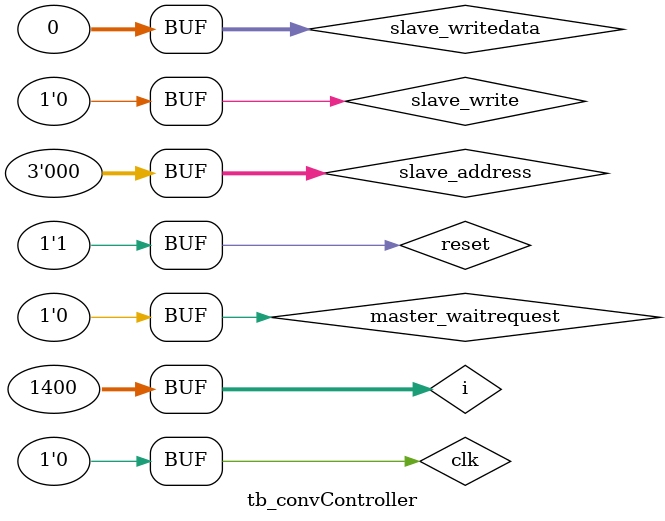
<source format=v>
`timescale 1 ps / 1 ps

module tb_convController();

  reg clk, reset, slave_read, slave_write, master_waitrequest;
  reg [2:0] slave_address;
  reg [31:0] slave_writedata;
  wire slave_waitrequest, master_read, master_write;
  wire [31:0] slave_readdata, master_address, master_writedata, master_readdata;
  reg [31:0] sdram[0:511];
  integer i;

  convController DUT(clk, reset, slave_waitrequest, slave_address, slave_read,
              slave_readdata, slave_write, slave_writedata, master_waitrequest,
              master_address, master_read, master_readdata,
              master_write, master_writedata);

  assign master_readdata = sdram[master_address / 4];

  initial begin
    // Input Layers
    for (i = 1; i < 109; i = i + 1) begin
      //sdram[i] = i * 32'b0000_0000_0000_0010_0000_0000_0000_0000;
      sdram[i] = 32'b0000_0001_0000_0000_0000_0000_0000_0000;
    end

    // Filter 1
    for (i = 1; i < 28; i = i + 1) begin
      sdram[i + 127] = (28 - i) * 32'b0000_0000_0100_0000_0000_0000_0000_0000;
    end

    // Filter 2
    for (i = 0; i < 27; i = i + 1) begin
      sdram[i + 155] = i * 32'b0000_0000_0100_0000_0000_0000_0000_0000;
    end

    // Test
    master_waitrequest = 1'b0;
    reset = 1'b0;
    #10;
    reset = 1'b1;
    #10;

    // word1 = 1
    clk = 1'b1;
    #10;
    slave_address = 3'b001;
    slave_writedata = 32'b0000_0000_0000_0000_0000_0000_0000_0001;
    slave_write = 1'b1;
    clk = 1'b0;
    #10;

    // word2 = 128
    clk = 1'b1;
    #10;
    slave_address = 3'b010;
    slave_writedata = 32'b0000_0000_0000_0000_0000_0000_1000_0000;
    clk = 1'b0;
    #10;

    // word3 = 256
    clk = 1'b1;
    #10;
    slave_address = 3'b011;
    slave_writedata = 32'b0000_0000_0000_0000_0000_0001_0000_0000;
    clk = 1'b0;
    #10;

    // word4 = 3
    clk = 1'b1;
    #10;
    slave_address = 3'b100;
    slave_writedata = 32'b0000_0000_0000_0000_0000_0000_0000_0011;
    clk = 1'b0;
    #10;

    // word5 = 2
    clk = 1'b1;
    #10;
    slave_address = 3'b101;
    slave_writedata = 32'b0000_0000_0000_0000_0000_0000_0000_0010;
    clk = 1'b0;
    #10;

    // word6 = 6
    clk = 1'b1;
    #10;
    slave_address = 3'b110;
    slave_writedata = 32'b0000_0000_0000_0000_0000_0000_0000_0110;
    clk = 1'b0;
    #10;

    clk = 1'b1;
    #10;
    slave_address = 3'b000;
    slave_writedata = 32'b0;
    clk = 1'b0;
    #10;

    clk = 1'b1;
    #10;
    slave_write = 1'b0;
    clk = 1'b0;
    #10;

    for (i = 0; i < 1400; i = i + 1) begin
      clk = 1'b1;
      #10;
      if (master_write)
        sdram[master_address / 4] = master_writedata;
      clk = 1'b0;
      #10;
    end

  end
endmodule

</source>
